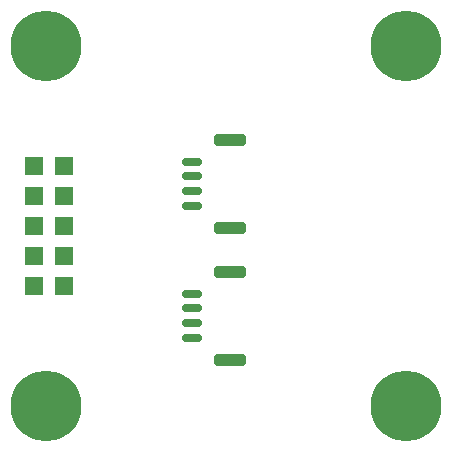
<source format=gbr>
%TF.GenerationSoftware,KiCad,Pcbnew,7.0.5.1-1-g8f565ef7f0-dirty-deb11*%
%TF.CreationDate,2023-07-20T11:20:04+00:00*%
%TF.ProjectId,GH4PIN01,47483450-494e-4303-912e-6b696361645f,rev?*%
%TF.SameCoordinates,Original*%
%TF.FileFunction,Copper,L2,Bot*%
%TF.FilePolarity,Positive*%
%FSLAX46Y46*%
G04 Gerber Fmt 4.6, Leading zero omitted, Abs format (unit mm)*
G04 Created by KiCad (PCBNEW 7.0.5.1-1-g8f565ef7f0-dirty-deb11) date 2023-07-20 11:20:04*
%MOMM*%
%LPD*%
G01*
G04 APERTURE LIST*
G04 Aperture macros list*
%AMRoundRect*
0 Rectangle with rounded corners*
0 $1 Rounding radius*
0 $2 $3 $4 $5 $6 $7 $8 $9 X,Y pos of 4 corners*
0 Add a 4 corners polygon primitive as box body*
4,1,4,$2,$3,$4,$5,$6,$7,$8,$9,$2,$3,0*
0 Add four circle primitives for the rounded corners*
1,1,$1+$1,$2,$3*
1,1,$1+$1,$4,$5*
1,1,$1+$1,$6,$7*
1,1,$1+$1,$8,$9*
0 Add four rect primitives between the rounded corners*
20,1,$1+$1,$2,$3,$4,$5,0*
20,1,$1+$1,$4,$5,$6,$7,0*
20,1,$1+$1,$6,$7,$8,$9,0*
20,1,$1+$1,$8,$9,$2,$3,0*%
G04 Aperture macros list end*
%TA.AperFunction,ComponentPad*%
%ADD10C,6.000000*%
%TD*%
%TA.AperFunction,ComponentPad*%
%ADD11R,1.524000X1.524000*%
%TD*%
%TA.AperFunction,SMDPad,CuDef*%
%ADD12RoundRect,0.150000X-0.700000X0.150000X-0.700000X-0.150000X0.700000X-0.150000X0.700000X0.150000X0*%
%TD*%
%TA.AperFunction,SMDPad,CuDef*%
%ADD13RoundRect,0.250000X-1.100000X0.250000X-1.100000X-0.250000X1.100000X-0.250000X1.100000X0.250000X0*%
%TD*%
G04 APERTURE END LIST*
D10*
%TO.P,M2,1*%
%TO.N,GND*%
X0Y30480000D03*
%TD*%
%TO.P,M4,1*%
%TO.N,GND*%
X30480000Y0D03*
%TD*%
%TO.P,M3,1*%
%TO.N,GND*%
X0Y0D03*
%TD*%
%TO.P,M1,1*%
%TO.N,GND*%
X30480000Y30480000D03*
%TD*%
D11*
%TO.P,J3,1*%
%TO.N,GND*%
X-1016000Y20320000D03*
%TO.P,J3,2*%
X1524000Y20320000D03*
%TO.P,J3,3*%
%TO.N,Net-(J3-Pad3)*%
X-1016000Y17780000D03*
%TO.P,J3,4*%
X1524000Y17780000D03*
%TO.P,J3,5*%
%TO.N,Net-(J2-Pad1)*%
X-1016000Y15240000D03*
%TO.P,J3,6*%
X1524000Y15240000D03*
%TO.P,J3,7*%
%TO.N,Net-(J3-Pad7)*%
X-1016000Y12700000D03*
%TO.P,J3,8*%
X1524000Y12700000D03*
%TO.P,J3,9*%
%TO.N,GND*%
X-1016000Y10160000D03*
%TO.P,J3,10*%
X1524000Y10160000D03*
%TD*%
D12*
%TO.P,J1,1*%
%TO.N,Net-(J2-Pad1)*%
X12374000Y9495000D03*
%TO.P,J1,2*%
%TO.N,Net-(J3-Pad3)*%
X12374000Y8245000D03*
%TO.P,J1,3*%
%TO.N,Net-(J3-Pad7)*%
X12374000Y6995000D03*
%TO.P,J1,4*%
%TO.N,GND*%
X12374000Y5745000D03*
D13*
%TO.P,J1,MP*%
X15574000Y11345000D03*
X15574000Y3895000D03*
%TD*%
D12*
%TO.P,J2,1*%
%TO.N,Net-(J2-Pad1)*%
X12374000Y20671000D03*
%TO.P,J2,2*%
%TO.N,Net-(J3-Pad3)*%
X12374000Y19421000D03*
%TO.P,J2,3*%
%TO.N,Net-(J3-Pad7)*%
X12374000Y18171000D03*
%TO.P,J2,4*%
%TO.N,GND*%
X12374000Y16921000D03*
D13*
%TO.P,J2,MP*%
X15574000Y22521000D03*
X15574000Y15071000D03*
%TD*%
M02*

</source>
